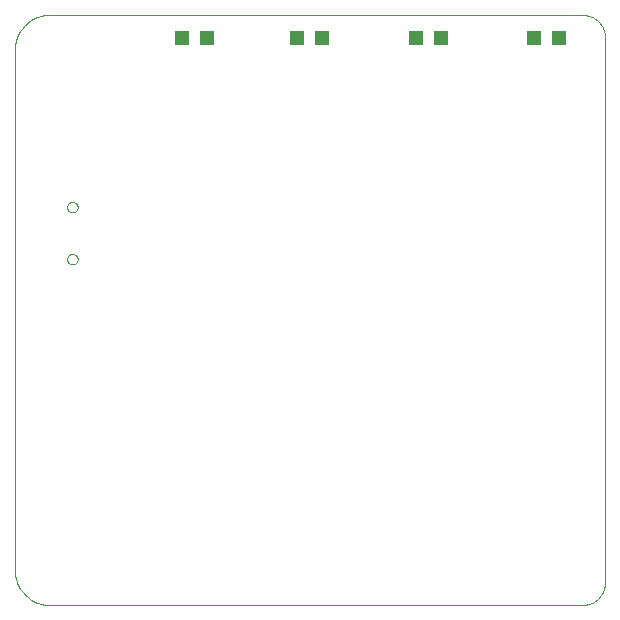
<source format=gbp>
G75*
G70*
%OFA0B0*%
%FSLAX24Y24*%
%IPPOS*%
%LPD*%
%AMOC8*
5,1,8,0,0,1.08239X$1,22.5*
%
%ADD10C,0.0000*%
%ADD11R,0.0472X0.0472*%
D10*
X002641Y001725D02*
X002641Y019048D01*
X002643Y019114D01*
X002648Y019180D01*
X002658Y019246D01*
X002671Y019311D01*
X002687Y019375D01*
X002707Y019438D01*
X002731Y019500D01*
X002758Y019560D01*
X002788Y019619D01*
X002822Y019676D01*
X002859Y019731D01*
X002899Y019784D01*
X002941Y019835D01*
X002987Y019883D01*
X003035Y019929D01*
X003086Y019971D01*
X003139Y020011D01*
X003194Y020048D01*
X003251Y020082D01*
X003310Y020112D01*
X003370Y020139D01*
X003432Y020163D01*
X003495Y020183D01*
X003559Y020199D01*
X003624Y020212D01*
X003690Y020222D01*
X003756Y020227D01*
X003822Y020229D01*
X021538Y020229D01*
X021592Y020227D01*
X021645Y020222D01*
X021698Y020213D01*
X021750Y020200D01*
X021802Y020184D01*
X021852Y020164D01*
X021900Y020141D01*
X021947Y020114D01*
X021992Y020085D01*
X022035Y020052D01*
X022075Y020017D01*
X022113Y019979D01*
X022148Y019939D01*
X022181Y019896D01*
X022210Y019851D01*
X022237Y019804D01*
X022260Y019756D01*
X022280Y019706D01*
X022296Y019654D01*
X022309Y019602D01*
X022318Y019549D01*
X022323Y019496D01*
X022325Y019442D01*
X022326Y019442D02*
X022326Y001332D01*
X022325Y001332D02*
X022323Y001278D01*
X022318Y001225D01*
X022309Y001172D01*
X022296Y001120D01*
X022280Y001068D01*
X022260Y001018D01*
X022237Y000970D01*
X022210Y000923D01*
X022181Y000878D01*
X022148Y000835D01*
X022113Y000795D01*
X022075Y000757D01*
X022035Y000722D01*
X021992Y000689D01*
X021947Y000660D01*
X021900Y000633D01*
X021852Y000610D01*
X021802Y000590D01*
X021750Y000574D01*
X021698Y000561D01*
X021645Y000552D01*
X021592Y000547D01*
X021538Y000545D01*
X021538Y000544D02*
X003822Y000544D01*
X003756Y000546D01*
X003690Y000551D01*
X003624Y000561D01*
X003559Y000574D01*
X003495Y000590D01*
X003432Y000610D01*
X003370Y000634D01*
X003310Y000661D01*
X003251Y000691D01*
X003194Y000725D01*
X003139Y000762D01*
X003086Y000802D01*
X003035Y000844D01*
X002987Y000890D01*
X002941Y000938D01*
X002899Y000989D01*
X002859Y001042D01*
X002822Y001097D01*
X002788Y001154D01*
X002758Y001213D01*
X002731Y001273D01*
X002707Y001335D01*
X002687Y001398D01*
X002671Y001462D01*
X002658Y001527D01*
X002648Y001593D01*
X002643Y001659D01*
X002641Y001725D01*
X004381Y012080D02*
X004383Y012106D01*
X004389Y012132D01*
X004399Y012157D01*
X004412Y012180D01*
X004428Y012200D01*
X004448Y012218D01*
X004470Y012233D01*
X004493Y012245D01*
X004519Y012253D01*
X004545Y012257D01*
X004571Y012257D01*
X004597Y012253D01*
X004623Y012245D01*
X004647Y012233D01*
X004668Y012218D01*
X004688Y012200D01*
X004704Y012180D01*
X004717Y012157D01*
X004727Y012132D01*
X004733Y012106D01*
X004735Y012080D01*
X004733Y012054D01*
X004727Y012028D01*
X004717Y012003D01*
X004704Y011980D01*
X004688Y011960D01*
X004668Y011942D01*
X004646Y011927D01*
X004623Y011915D01*
X004597Y011907D01*
X004571Y011903D01*
X004545Y011903D01*
X004519Y011907D01*
X004493Y011915D01*
X004469Y011927D01*
X004448Y011942D01*
X004428Y011960D01*
X004412Y011980D01*
X004399Y012003D01*
X004389Y012028D01*
X004383Y012054D01*
X004381Y012080D01*
X004381Y013812D02*
X004383Y013838D01*
X004389Y013864D01*
X004399Y013889D01*
X004412Y013912D01*
X004428Y013932D01*
X004448Y013950D01*
X004470Y013965D01*
X004493Y013977D01*
X004519Y013985D01*
X004545Y013989D01*
X004571Y013989D01*
X004597Y013985D01*
X004623Y013977D01*
X004647Y013965D01*
X004668Y013950D01*
X004688Y013932D01*
X004704Y013912D01*
X004717Y013889D01*
X004727Y013864D01*
X004733Y013838D01*
X004735Y013812D01*
X004733Y013786D01*
X004727Y013760D01*
X004717Y013735D01*
X004704Y013712D01*
X004688Y013692D01*
X004668Y013674D01*
X004646Y013659D01*
X004623Y013647D01*
X004597Y013639D01*
X004571Y013635D01*
X004545Y013635D01*
X004519Y013639D01*
X004493Y013647D01*
X004469Y013659D01*
X004448Y013674D01*
X004428Y013692D01*
X004412Y013712D01*
X004399Y013735D01*
X004389Y013760D01*
X004383Y013786D01*
X004381Y013812D01*
D11*
X008229Y019451D03*
X009055Y019451D03*
X012062Y019451D03*
X012889Y019451D03*
X016007Y019442D03*
X016834Y019442D03*
X019944Y019442D03*
X020771Y019442D03*
M02*

</source>
